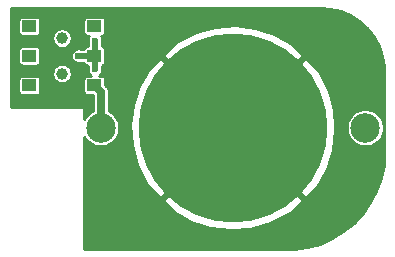
<source format=gbl>
G04 #@! TF.GenerationSoftware,KiCad,Pcbnew,(5.1.9)-1*
G04 #@! TF.CreationDate,2021-06-17T11:01:42+10:00*
G04 #@! TF.ProjectId,Clock_board,436c6f63-6b5f-4626-9f61-72642e6b6963,rev?*
G04 #@! TF.SameCoordinates,PX6f6d640PY5734380*
G04 #@! TF.FileFunction,Copper,L2,Bot*
G04 #@! TF.FilePolarity,Positive*
%FSLAX46Y46*%
G04 Gerber Fmt 4.6, Leading zero omitted, Abs format (unit mm)*
G04 Created by KiCad (PCBNEW (5.1.9)-1) date 2021-06-17 11:01:42*
%MOMM*%
%LPD*%
G01*
G04 APERTURE LIST*
G04 #@! TA.AperFunction,SMDPad,CuDef*
%ADD10R,1.200000X1.000000*%
G04 #@! TD*
G04 #@! TA.AperFunction,ComponentPad*
%ADD11C,1.000000*%
G04 #@! TD*
G04 #@! TA.AperFunction,SMDPad,CuDef*
%ADD12C,16.000000*%
G04 #@! TD*
G04 #@! TA.AperFunction,ComponentPad*
%ADD13C,2.500000*%
G04 #@! TD*
G04 #@! TA.AperFunction,ViaPad*
%ADD14C,0.600000*%
G04 #@! TD*
G04 #@! TA.AperFunction,Conductor*
%ADD15C,0.300000*%
G04 #@! TD*
G04 #@! TA.AperFunction,Conductor*
%ADD16C,0.500000*%
G04 #@! TD*
G04 #@! TA.AperFunction,Conductor*
%ADD17C,0.700000*%
G04 #@! TD*
G04 #@! TA.AperFunction,Conductor*
%ADD18C,0.254000*%
G04 #@! TD*
G04 #@! TA.AperFunction,Conductor*
%ADD19C,0.150000*%
G04 #@! TD*
G04 APERTURE END LIST*
D10*
X1822000Y19137000D03*
X1822000Y16637000D03*
X1822000Y14137000D03*
X7322000Y14137000D03*
X7322000Y16637000D03*
X7322000Y19137000D03*
D11*
X4572000Y15137000D03*
X4572000Y18137000D03*
D12*
X19050000Y10541000D03*
D13*
X7850000Y10541000D03*
X30250000Y10541000D03*
D14*
X26162000Y8001000D03*
X15748000Y1397000D03*
X21717000Y13208000D03*
X16002000Y7493000D03*
X15367000Y9144000D03*
X20066000Y9398000D03*
X5969000Y16637000D03*
X7366000Y17907000D03*
X7366000Y15494000D03*
D15*
X7366000Y16681000D02*
X7322000Y16637000D01*
D16*
X7366000Y17907000D02*
X7366000Y16681000D01*
D15*
X7366000Y16593000D02*
X7322000Y16637000D01*
D16*
X7366000Y15494000D02*
X7366000Y16593000D01*
X7322000Y16637000D02*
X5969000Y16637000D01*
D15*
X7366000Y14093000D02*
X7322000Y14137000D01*
X7322000Y14137000D02*
X7326000Y14137000D01*
D17*
X7850000Y13613000D02*
X7850000Y10541000D01*
X7326000Y14137000D02*
X7850000Y13613000D01*
D18*
X27308112Y20628804D02*
X28176263Y20410740D01*
X28997144Y20053811D01*
X29748705Y19567605D01*
X30410762Y18965178D01*
X30965541Y18262708D01*
X31398134Y17479065D01*
X31696935Y16635281D01*
X31854685Y15749676D01*
X31879000Y15234066D01*
X31879001Y8517587D01*
X31802026Y7388477D01*
X31574271Y6288692D01*
X31199361Y5229979D01*
X30684242Y4231955D01*
X30038438Y3313067D01*
X29273904Y2490332D01*
X28404783Y1778966D01*
X27447166Y1192136D01*
X26418762Y740699D01*
X25338605Y433007D01*
X24222754Y274198D01*
X23617375Y252000D01*
X6475000Y252000D01*
X6475000Y4428710D01*
X13117315Y4428710D01*
X14053207Y3447439D01*
X15533104Y2608914D01*
X17148154Y2075214D01*
X18836290Y1866850D01*
X20532639Y1991829D01*
X22172011Y2445347D01*
X23691406Y3209976D01*
X24046793Y3447439D01*
X24982685Y4428710D01*
X19050000Y10361395D01*
X13117315Y4428710D01*
X6475000Y4428710D01*
X6475000Y9760309D01*
X6625064Y9535721D01*
X6844721Y9316064D01*
X7103011Y9143481D01*
X7390006Y9024604D01*
X7694679Y8964000D01*
X8005321Y8964000D01*
X8309994Y9024604D01*
X8596989Y9143481D01*
X8855279Y9316064D01*
X9074936Y9535721D01*
X9247519Y9794011D01*
X9366396Y10081006D01*
X9427000Y10385679D01*
X9427000Y10696321D01*
X9415386Y10754710D01*
X10375850Y10754710D01*
X10500829Y9058361D01*
X10954347Y7418989D01*
X11718976Y5899594D01*
X11956439Y5544207D01*
X12937710Y4608315D01*
X18870395Y10541000D01*
X19229605Y10541000D01*
X25162290Y4608315D01*
X26143561Y5544207D01*
X26982086Y7024104D01*
X27515786Y8639154D01*
X27724150Y10327290D01*
X27696962Y10696321D01*
X28673000Y10696321D01*
X28673000Y10385679D01*
X28733604Y10081006D01*
X28852481Y9794011D01*
X29025064Y9535721D01*
X29244721Y9316064D01*
X29503011Y9143481D01*
X29790006Y9024604D01*
X30094679Y8964000D01*
X30405321Y8964000D01*
X30709994Y9024604D01*
X30996989Y9143481D01*
X31255279Y9316064D01*
X31474936Y9535721D01*
X31647519Y9794011D01*
X31766396Y10081006D01*
X31827000Y10385679D01*
X31827000Y10696321D01*
X31766396Y11000994D01*
X31647519Y11287989D01*
X31474936Y11546279D01*
X31255279Y11765936D01*
X30996989Y11938519D01*
X30709994Y12057396D01*
X30405321Y12118000D01*
X30094679Y12118000D01*
X29790006Y12057396D01*
X29503011Y11938519D01*
X29244721Y11765936D01*
X29025064Y11546279D01*
X28852481Y11287989D01*
X28733604Y11000994D01*
X28673000Y10696321D01*
X27696962Y10696321D01*
X27599171Y12023639D01*
X27145653Y13663011D01*
X26381024Y15182406D01*
X26143561Y15537793D01*
X25162290Y16473685D01*
X19229605Y10541000D01*
X18870395Y10541000D01*
X12937710Y16473685D01*
X11956439Y15537793D01*
X11117914Y14057896D01*
X10584214Y12442846D01*
X10375850Y10754710D01*
X9415386Y10754710D01*
X9366396Y11000994D01*
X9247519Y11287989D01*
X9074936Y11546279D01*
X8855279Y11765936D01*
X8596989Y11938519D01*
X8527000Y11967509D01*
X8527000Y13579755D01*
X8530274Y13613000D01*
X8527000Y13646245D01*
X8527000Y13646252D01*
X8517204Y13745715D01*
X8478492Y13873330D01*
X8415628Y13990941D01*
X8352224Y14068199D01*
X8352218Y14068205D01*
X8331026Y14094027D01*
X8305205Y14115218D01*
X8250582Y14169841D01*
X8250582Y14637000D01*
X8244268Y14701103D01*
X8225570Y14762743D01*
X8195206Y14819550D01*
X8154343Y14869343D01*
X8104550Y14910206D01*
X8047743Y14940570D01*
X7986103Y14959268D01*
X7922000Y14965582D01*
X7703737Y14965582D01*
X7765689Y15006977D01*
X7853023Y15094311D01*
X7921640Y15197004D01*
X7968905Y15311111D01*
X7993000Y15432246D01*
X7993000Y15555754D01*
X7968905Y15676889D01*
X7943000Y15739429D01*
X7943000Y15810486D01*
X7986103Y15814732D01*
X8047743Y15833430D01*
X8104550Y15863794D01*
X8154343Y15904657D01*
X8195206Y15954450D01*
X8225570Y16011257D01*
X8244268Y16072897D01*
X8250582Y16137000D01*
X8250582Y16653290D01*
X13117315Y16653290D01*
X19050000Y10720605D01*
X24982685Y16653290D01*
X24046793Y17634561D01*
X22566896Y18473086D01*
X20951846Y19006786D01*
X19263710Y19215150D01*
X17567361Y19090171D01*
X15927989Y18636653D01*
X14408594Y17872024D01*
X14053207Y17634561D01*
X13117315Y16653290D01*
X8250582Y16653290D01*
X8250582Y17137000D01*
X8244268Y17201103D01*
X8225570Y17262743D01*
X8195206Y17319550D01*
X8154343Y17369343D01*
X8104550Y17410206D01*
X8047743Y17440570D01*
X7986103Y17459268D01*
X7943000Y17463514D01*
X7943000Y17661571D01*
X7968905Y17724111D01*
X7993000Y17845246D01*
X7993000Y17968754D01*
X7968905Y18089889D01*
X7921640Y18203996D01*
X7853023Y18306689D01*
X7851294Y18308418D01*
X7922000Y18308418D01*
X7986103Y18314732D01*
X8047743Y18333430D01*
X8104550Y18363794D01*
X8154343Y18404657D01*
X8195206Y18454450D01*
X8225570Y18511257D01*
X8244268Y18572897D01*
X8250582Y18637000D01*
X8250582Y19637000D01*
X8244268Y19701103D01*
X8225570Y19762743D01*
X8195206Y19819550D01*
X8154343Y19869343D01*
X8104550Y19910206D01*
X8047743Y19940570D01*
X7986103Y19959268D01*
X7922000Y19965582D01*
X6722000Y19965582D01*
X6657897Y19959268D01*
X6596257Y19940570D01*
X6539450Y19910206D01*
X6489657Y19869343D01*
X6448794Y19819550D01*
X6418430Y19762743D01*
X6399732Y19701103D01*
X6393418Y19637000D01*
X6393418Y18637000D01*
X6399732Y18572897D01*
X6418430Y18511257D01*
X6448794Y18454450D01*
X6489657Y18404657D01*
X6539450Y18363794D01*
X6596257Y18333430D01*
X6657897Y18314732D01*
X6722000Y18308418D01*
X6880706Y18308418D01*
X6878977Y18306689D01*
X6810360Y18203996D01*
X6763095Y18089889D01*
X6739000Y17968754D01*
X6739000Y17845246D01*
X6763095Y17724111D01*
X6789000Y17661571D01*
X6789000Y17465582D01*
X6722000Y17465582D01*
X6657897Y17459268D01*
X6596257Y17440570D01*
X6539450Y17410206D01*
X6489657Y17369343D01*
X6448794Y17319550D01*
X6418430Y17262743D01*
X6403644Y17214000D01*
X6214429Y17214000D01*
X6151889Y17239905D01*
X6030754Y17264000D01*
X5907246Y17264000D01*
X5786111Y17239905D01*
X5672004Y17192640D01*
X5569311Y17124023D01*
X5481977Y17036689D01*
X5413360Y16933996D01*
X5366095Y16819889D01*
X5342000Y16698754D01*
X5342000Y16575246D01*
X5366095Y16454111D01*
X5413360Y16340004D01*
X5481977Y16237311D01*
X5569311Y16149977D01*
X5672004Y16081360D01*
X5786111Y16034095D01*
X5907246Y16010000D01*
X6030754Y16010000D01*
X6151889Y16034095D01*
X6214429Y16060000D01*
X6403644Y16060000D01*
X6418430Y16011257D01*
X6448794Y15954450D01*
X6489657Y15904657D01*
X6539450Y15863794D01*
X6596257Y15833430D01*
X6657897Y15814732D01*
X6722000Y15808418D01*
X6789000Y15808418D01*
X6789000Y15739429D01*
X6763095Y15676889D01*
X6739000Y15555754D01*
X6739000Y15432246D01*
X6763095Y15311111D01*
X6810360Y15197004D01*
X6878977Y15094311D01*
X6966311Y15006977D01*
X7028263Y14965582D01*
X6722000Y14965582D01*
X6657897Y14959268D01*
X6596257Y14940570D01*
X6539450Y14910206D01*
X6489657Y14869343D01*
X6448794Y14819550D01*
X6418430Y14762743D01*
X6399732Y14701103D01*
X6393418Y14637000D01*
X6393418Y13637000D01*
X6399732Y13572897D01*
X6418430Y13511257D01*
X6448794Y13454450D01*
X6489657Y13404657D01*
X6539450Y13363794D01*
X6596257Y13333430D01*
X6657897Y13314732D01*
X6722000Y13308418D01*
X7173000Y13308418D01*
X7173001Y11967510D01*
X7103011Y11938519D01*
X6844721Y11765936D01*
X6625064Y11546279D01*
X6475000Y11321691D01*
X6475000Y12052625D01*
X6476219Y12065000D01*
X6471353Y12114401D01*
X6456944Y12161903D01*
X6433544Y12205681D01*
X6402053Y12244053D01*
X6363681Y12275544D01*
X6319903Y12298944D01*
X6272401Y12313353D01*
X6235376Y12317000D01*
X6235375Y12317000D01*
X6223000Y12318219D01*
X6210624Y12317000D01*
X252000Y12317000D01*
X252000Y14637000D01*
X893418Y14637000D01*
X893418Y13637000D01*
X899732Y13572897D01*
X918430Y13511257D01*
X948794Y13454450D01*
X989657Y13404657D01*
X1039450Y13363794D01*
X1096257Y13333430D01*
X1157897Y13314732D01*
X1222000Y13308418D01*
X2422000Y13308418D01*
X2486103Y13314732D01*
X2547743Y13333430D01*
X2604550Y13363794D01*
X2654343Y13404657D01*
X2695206Y13454450D01*
X2725570Y13511257D01*
X2744268Y13572897D01*
X2750582Y13637000D01*
X2750582Y14637000D01*
X2744268Y14701103D01*
X2725570Y14762743D01*
X2695206Y14819550D01*
X2654343Y14869343D01*
X2604550Y14910206D01*
X2547743Y14940570D01*
X2486103Y14959268D01*
X2422000Y14965582D01*
X1222000Y14965582D01*
X1157897Y14959268D01*
X1096257Y14940570D01*
X1039450Y14910206D01*
X989657Y14869343D01*
X948794Y14819550D01*
X918430Y14762743D01*
X899732Y14701103D01*
X893418Y14637000D01*
X252000Y14637000D01*
X252000Y15218452D01*
X3745000Y15218452D01*
X3745000Y15055548D01*
X3776782Y14895773D01*
X3839123Y14745269D01*
X3929628Y14609819D01*
X4044819Y14494628D01*
X4180269Y14404123D01*
X4330773Y14341782D01*
X4490548Y14310000D01*
X4653452Y14310000D01*
X4813227Y14341782D01*
X4963731Y14404123D01*
X5099181Y14494628D01*
X5214372Y14609819D01*
X5304877Y14745269D01*
X5367218Y14895773D01*
X5399000Y15055548D01*
X5399000Y15218452D01*
X5367218Y15378227D01*
X5304877Y15528731D01*
X5214372Y15664181D01*
X5099181Y15779372D01*
X4963731Y15869877D01*
X4813227Y15932218D01*
X4653452Y15964000D01*
X4490548Y15964000D01*
X4330773Y15932218D01*
X4180269Y15869877D01*
X4044819Y15779372D01*
X3929628Y15664181D01*
X3839123Y15528731D01*
X3776782Y15378227D01*
X3745000Y15218452D01*
X252000Y15218452D01*
X252000Y17137000D01*
X893418Y17137000D01*
X893418Y16137000D01*
X899732Y16072897D01*
X918430Y16011257D01*
X948794Y15954450D01*
X989657Y15904657D01*
X1039450Y15863794D01*
X1096257Y15833430D01*
X1157897Y15814732D01*
X1222000Y15808418D01*
X2422000Y15808418D01*
X2486103Y15814732D01*
X2547743Y15833430D01*
X2604550Y15863794D01*
X2654343Y15904657D01*
X2695206Y15954450D01*
X2725570Y16011257D01*
X2744268Y16072897D01*
X2750582Y16137000D01*
X2750582Y17137000D01*
X2744268Y17201103D01*
X2725570Y17262743D01*
X2695206Y17319550D01*
X2654343Y17369343D01*
X2604550Y17410206D01*
X2547743Y17440570D01*
X2486103Y17459268D01*
X2422000Y17465582D01*
X1222000Y17465582D01*
X1157897Y17459268D01*
X1096257Y17440570D01*
X1039450Y17410206D01*
X989657Y17369343D01*
X948794Y17319550D01*
X918430Y17262743D01*
X899732Y17201103D01*
X893418Y17137000D01*
X252000Y17137000D01*
X252000Y18218452D01*
X3745000Y18218452D01*
X3745000Y18055548D01*
X3776782Y17895773D01*
X3839123Y17745269D01*
X3929628Y17609819D01*
X4044819Y17494628D01*
X4180269Y17404123D01*
X4330773Y17341782D01*
X4490548Y17310000D01*
X4653452Y17310000D01*
X4813227Y17341782D01*
X4963731Y17404123D01*
X5099181Y17494628D01*
X5214372Y17609819D01*
X5304877Y17745269D01*
X5367218Y17895773D01*
X5399000Y18055548D01*
X5399000Y18218452D01*
X5367218Y18378227D01*
X5304877Y18528731D01*
X5214372Y18664181D01*
X5099181Y18779372D01*
X4963731Y18869877D01*
X4813227Y18932218D01*
X4653452Y18964000D01*
X4490548Y18964000D01*
X4330773Y18932218D01*
X4180269Y18869877D01*
X4044819Y18779372D01*
X3929628Y18664181D01*
X3839123Y18528731D01*
X3776782Y18378227D01*
X3745000Y18218452D01*
X252000Y18218452D01*
X252000Y19637000D01*
X893418Y19637000D01*
X893418Y18637000D01*
X899732Y18572897D01*
X918430Y18511257D01*
X948794Y18454450D01*
X989657Y18404657D01*
X1039450Y18363794D01*
X1096257Y18333430D01*
X1157897Y18314732D01*
X1222000Y18308418D01*
X2422000Y18308418D01*
X2486103Y18314732D01*
X2547743Y18333430D01*
X2604550Y18363794D01*
X2654343Y18404657D01*
X2695206Y18454450D01*
X2725570Y18511257D01*
X2744268Y18572897D01*
X2750582Y18637000D01*
X2750582Y19637000D01*
X2744268Y19701103D01*
X2725570Y19762743D01*
X2695206Y19819550D01*
X2654343Y19869343D01*
X2604550Y19910206D01*
X2547743Y19940570D01*
X2486103Y19959268D01*
X2422000Y19965582D01*
X1222000Y19965582D01*
X1157897Y19959268D01*
X1096257Y19940570D01*
X1039450Y19910206D01*
X989657Y19869343D01*
X948794Y19819550D01*
X918430Y19762743D01*
X899732Y19701103D01*
X893418Y19637000D01*
X252000Y19637000D01*
X252000Y20703000D01*
X26405654Y20703000D01*
X27308112Y20628804D01*
G04 #@! TA.AperFunction,Conductor*
D19*
G36*
X27308112Y20628804D02*
G01*
X28176263Y20410740D01*
X28997144Y20053811D01*
X29748705Y19567605D01*
X30410762Y18965178D01*
X30965541Y18262708D01*
X31398134Y17479065D01*
X31696935Y16635281D01*
X31854685Y15749676D01*
X31879000Y15234066D01*
X31879001Y8517587D01*
X31802026Y7388477D01*
X31574271Y6288692D01*
X31199361Y5229979D01*
X30684242Y4231955D01*
X30038438Y3313067D01*
X29273904Y2490332D01*
X28404783Y1778966D01*
X27447166Y1192136D01*
X26418762Y740699D01*
X25338605Y433007D01*
X24222754Y274198D01*
X23617375Y252000D01*
X6475000Y252000D01*
X6475000Y4428710D01*
X13117315Y4428710D01*
X14053207Y3447439D01*
X15533104Y2608914D01*
X17148154Y2075214D01*
X18836290Y1866850D01*
X20532639Y1991829D01*
X22172011Y2445347D01*
X23691406Y3209976D01*
X24046793Y3447439D01*
X24982685Y4428710D01*
X19050000Y10361395D01*
X13117315Y4428710D01*
X6475000Y4428710D01*
X6475000Y9760309D01*
X6625064Y9535721D01*
X6844721Y9316064D01*
X7103011Y9143481D01*
X7390006Y9024604D01*
X7694679Y8964000D01*
X8005321Y8964000D01*
X8309994Y9024604D01*
X8596989Y9143481D01*
X8855279Y9316064D01*
X9074936Y9535721D01*
X9247519Y9794011D01*
X9366396Y10081006D01*
X9427000Y10385679D01*
X9427000Y10696321D01*
X9415386Y10754710D01*
X10375850Y10754710D01*
X10500829Y9058361D01*
X10954347Y7418989D01*
X11718976Y5899594D01*
X11956439Y5544207D01*
X12937710Y4608315D01*
X18870395Y10541000D01*
X19229605Y10541000D01*
X25162290Y4608315D01*
X26143561Y5544207D01*
X26982086Y7024104D01*
X27515786Y8639154D01*
X27724150Y10327290D01*
X27696962Y10696321D01*
X28673000Y10696321D01*
X28673000Y10385679D01*
X28733604Y10081006D01*
X28852481Y9794011D01*
X29025064Y9535721D01*
X29244721Y9316064D01*
X29503011Y9143481D01*
X29790006Y9024604D01*
X30094679Y8964000D01*
X30405321Y8964000D01*
X30709994Y9024604D01*
X30996989Y9143481D01*
X31255279Y9316064D01*
X31474936Y9535721D01*
X31647519Y9794011D01*
X31766396Y10081006D01*
X31827000Y10385679D01*
X31827000Y10696321D01*
X31766396Y11000994D01*
X31647519Y11287989D01*
X31474936Y11546279D01*
X31255279Y11765936D01*
X30996989Y11938519D01*
X30709994Y12057396D01*
X30405321Y12118000D01*
X30094679Y12118000D01*
X29790006Y12057396D01*
X29503011Y11938519D01*
X29244721Y11765936D01*
X29025064Y11546279D01*
X28852481Y11287989D01*
X28733604Y11000994D01*
X28673000Y10696321D01*
X27696962Y10696321D01*
X27599171Y12023639D01*
X27145653Y13663011D01*
X26381024Y15182406D01*
X26143561Y15537793D01*
X25162290Y16473685D01*
X19229605Y10541000D01*
X18870395Y10541000D01*
X12937710Y16473685D01*
X11956439Y15537793D01*
X11117914Y14057896D01*
X10584214Y12442846D01*
X10375850Y10754710D01*
X9415386Y10754710D01*
X9366396Y11000994D01*
X9247519Y11287989D01*
X9074936Y11546279D01*
X8855279Y11765936D01*
X8596989Y11938519D01*
X8527000Y11967509D01*
X8527000Y13579755D01*
X8530274Y13613000D01*
X8527000Y13646245D01*
X8527000Y13646252D01*
X8517204Y13745715D01*
X8478492Y13873330D01*
X8415628Y13990941D01*
X8352224Y14068199D01*
X8352218Y14068205D01*
X8331026Y14094027D01*
X8305205Y14115218D01*
X8250582Y14169841D01*
X8250582Y14637000D01*
X8244268Y14701103D01*
X8225570Y14762743D01*
X8195206Y14819550D01*
X8154343Y14869343D01*
X8104550Y14910206D01*
X8047743Y14940570D01*
X7986103Y14959268D01*
X7922000Y14965582D01*
X7703737Y14965582D01*
X7765689Y15006977D01*
X7853023Y15094311D01*
X7921640Y15197004D01*
X7968905Y15311111D01*
X7993000Y15432246D01*
X7993000Y15555754D01*
X7968905Y15676889D01*
X7943000Y15739429D01*
X7943000Y15810486D01*
X7986103Y15814732D01*
X8047743Y15833430D01*
X8104550Y15863794D01*
X8154343Y15904657D01*
X8195206Y15954450D01*
X8225570Y16011257D01*
X8244268Y16072897D01*
X8250582Y16137000D01*
X8250582Y16653290D01*
X13117315Y16653290D01*
X19050000Y10720605D01*
X24982685Y16653290D01*
X24046793Y17634561D01*
X22566896Y18473086D01*
X20951846Y19006786D01*
X19263710Y19215150D01*
X17567361Y19090171D01*
X15927989Y18636653D01*
X14408594Y17872024D01*
X14053207Y17634561D01*
X13117315Y16653290D01*
X8250582Y16653290D01*
X8250582Y17137000D01*
X8244268Y17201103D01*
X8225570Y17262743D01*
X8195206Y17319550D01*
X8154343Y17369343D01*
X8104550Y17410206D01*
X8047743Y17440570D01*
X7986103Y17459268D01*
X7943000Y17463514D01*
X7943000Y17661571D01*
X7968905Y17724111D01*
X7993000Y17845246D01*
X7993000Y17968754D01*
X7968905Y18089889D01*
X7921640Y18203996D01*
X7853023Y18306689D01*
X7851294Y18308418D01*
X7922000Y18308418D01*
X7986103Y18314732D01*
X8047743Y18333430D01*
X8104550Y18363794D01*
X8154343Y18404657D01*
X8195206Y18454450D01*
X8225570Y18511257D01*
X8244268Y18572897D01*
X8250582Y18637000D01*
X8250582Y19637000D01*
X8244268Y19701103D01*
X8225570Y19762743D01*
X8195206Y19819550D01*
X8154343Y19869343D01*
X8104550Y19910206D01*
X8047743Y19940570D01*
X7986103Y19959268D01*
X7922000Y19965582D01*
X6722000Y19965582D01*
X6657897Y19959268D01*
X6596257Y19940570D01*
X6539450Y19910206D01*
X6489657Y19869343D01*
X6448794Y19819550D01*
X6418430Y19762743D01*
X6399732Y19701103D01*
X6393418Y19637000D01*
X6393418Y18637000D01*
X6399732Y18572897D01*
X6418430Y18511257D01*
X6448794Y18454450D01*
X6489657Y18404657D01*
X6539450Y18363794D01*
X6596257Y18333430D01*
X6657897Y18314732D01*
X6722000Y18308418D01*
X6880706Y18308418D01*
X6878977Y18306689D01*
X6810360Y18203996D01*
X6763095Y18089889D01*
X6739000Y17968754D01*
X6739000Y17845246D01*
X6763095Y17724111D01*
X6789000Y17661571D01*
X6789000Y17465582D01*
X6722000Y17465582D01*
X6657897Y17459268D01*
X6596257Y17440570D01*
X6539450Y17410206D01*
X6489657Y17369343D01*
X6448794Y17319550D01*
X6418430Y17262743D01*
X6403644Y17214000D01*
X6214429Y17214000D01*
X6151889Y17239905D01*
X6030754Y17264000D01*
X5907246Y17264000D01*
X5786111Y17239905D01*
X5672004Y17192640D01*
X5569311Y17124023D01*
X5481977Y17036689D01*
X5413360Y16933996D01*
X5366095Y16819889D01*
X5342000Y16698754D01*
X5342000Y16575246D01*
X5366095Y16454111D01*
X5413360Y16340004D01*
X5481977Y16237311D01*
X5569311Y16149977D01*
X5672004Y16081360D01*
X5786111Y16034095D01*
X5907246Y16010000D01*
X6030754Y16010000D01*
X6151889Y16034095D01*
X6214429Y16060000D01*
X6403644Y16060000D01*
X6418430Y16011257D01*
X6448794Y15954450D01*
X6489657Y15904657D01*
X6539450Y15863794D01*
X6596257Y15833430D01*
X6657897Y15814732D01*
X6722000Y15808418D01*
X6789000Y15808418D01*
X6789000Y15739429D01*
X6763095Y15676889D01*
X6739000Y15555754D01*
X6739000Y15432246D01*
X6763095Y15311111D01*
X6810360Y15197004D01*
X6878977Y15094311D01*
X6966311Y15006977D01*
X7028263Y14965582D01*
X6722000Y14965582D01*
X6657897Y14959268D01*
X6596257Y14940570D01*
X6539450Y14910206D01*
X6489657Y14869343D01*
X6448794Y14819550D01*
X6418430Y14762743D01*
X6399732Y14701103D01*
X6393418Y14637000D01*
X6393418Y13637000D01*
X6399732Y13572897D01*
X6418430Y13511257D01*
X6448794Y13454450D01*
X6489657Y13404657D01*
X6539450Y13363794D01*
X6596257Y13333430D01*
X6657897Y13314732D01*
X6722000Y13308418D01*
X7173000Y13308418D01*
X7173001Y11967510D01*
X7103011Y11938519D01*
X6844721Y11765936D01*
X6625064Y11546279D01*
X6475000Y11321691D01*
X6475000Y12052625D01*
X6476219Y12065000D01*
X6471353Y12114401D01*
X6456944Y12161903D01*
X6433544Y12205681D01*
X6402053Y12244053D01*
X6363681Y12275544D01*
X6319903Y12298944D01*
X6272401Y12313353D01*
X6235376Y12317000D01*
X6235375Y12317000D01*
X6223000Y12318219D01*
X6210624Y12317000D01*
X252000Y12317000D01*
X252000Y14637000D01*
X893418Y14637000D01*
X893418Y13637000D01*
X899732Y13572897D01*
X918430Y13511257D01*
X948794Y13454450D01*
X989657Y13404657D01*
X1039450Y13363794D01*
X1096257Y13333430D01*
X1157897Y13314732D01*
X1222000Y13308418D01*
X2422000Y13308418D01*
X2486103Y13314732D01*
X2547743Y13333430D01*
X2604550Y13363794D01*
X2654343Y13404657D01*
X2695206Y13454450D01*
X2725570Y13511257D01*
X2744268Y13572897D01*
X2750582Y13637000D01*
X2750582Y14637000D01*
X2744268Y14701103D01*
X2725570Y14762743D01*
X2695206Y14819550D01*
X2654343Y14869343D01*
X2604550Y14910206D01*
X2547743Y14940570D01*
X2486103Y14959268D01*
X2422000Y14965582D01*
X1222000Y14965582D01*
X1157897Y14959268D01*
X1096257Y14940570D01*
X1039450Y14910206D01*
X989657Y14869343D01*
X948794Y14819550D01*
X918430Y14762743D01*
X899732Y14701103D01*
X893418Y14637000D01*
X252000Y14637000D01*
X252000Y15218452D01*
X3745000Y15218452D01*
X3745000Y15055548D01*
X3776782Y14895773D01*
X3839123Y14745269D01*
X3929628Y14609819D01*
X4044819Y14494628D01*
X4180269Y14404123D01*
X4330773Y14341782D01*
X4490548Y14310000D01*
X4653452Y14310000D01*
X4813227Y14341782D01*
X4963731Y14404123D01*
X5099181Y14494628D01*
X5214372Y14609819D01*
X5304877Y14745269D01*
X5367218Y14895773D01*
X5399000Y15055548D01*
X5399000Y15218452D01*
X5367218Y15378227D01*
X5304877Y15528731D01*
X5214372Y15664181D01*
X5099181Y15779372D01*
X4963731Y15869877D01*
X4813227Y15932218D01*
X4653452Y15964000D01*
X4490548Y15964000D01*
X4330773Y15932218D01*
X4180269Y15869877D01*
X4044819Y15779372D01*
X3929628Y15664181D01*
X3839123Y15528731D01*
X3776782Y15378227D01*
X3745000Y15218452D01*
X252000Y15218452D01*
X252000Y17137000D01*
X893418Y17137000D01*
X893418Y16137000D01*
X899732Y16072897D01*
X918430Y16011257D01*
X948794Y15954450D01*
X989657Y15904657D01*
X1039450Y15863794D01*
X1096257Y15833430D01*
X1157897Y15814732D01*
X1222000Y15808418D01*
X2422000Y15808418D01*
X2486103Y15814732D01*
X2547743Y15833430D01*
X2604550Y15863794D01*
X2654343Y15904657D01*
X2695206Y15954450D01*
X2725570Y16011257D01*
X2744268Y16072897D01*
X2750582Y16137000D01*
X2750582Y17137000D01*
X2744268Y17201103D01*
X2725570Y17262743D01*
X2695206Y17319550D01*
X2654343Y17369343D01*
X2604550Y17410206D01*
X2547743Y17440570D01*
X2486103Y17459268D01*
X2422000Y17465582D01*
X1222000Y17465582D01*
X1157897Y17459268D01*
X1096257Y17440570D01*
X1039450Y17410206D01*
X989657Y17369343D01*
X948794Y17319550D01*
X918430Y17262743D01*
X899732Y17201103D01*
X893418Y17137000D01*
X252000Y17137000D01*
X252000Y18218452D01*
X3745000Y18218452D01*
X3745000Y18055548D01*
X3776782Y17895773D01*
X3839123Y17745269D01*
X3929628Y17609819D01*
X4044819Y17494628D01*
X4180269Y17404123D01*
X4330773Y17341782D01*
X4490548Y17310000D01*
X4653452Y17310000D01*
X4813227Y17341782D01*
X4963731Y17404123D01*
X5099181Y17494628D01*
X5214372Y17609819D01*
X5304877Y17745269D01*
X5367218Y17895773D01*
X5399000Y18055548D01*
X5399000Y18218452D01*
X5367218Y18378227D01*
X5304877Y18528731D01*
X5214372Y18664181D01*
X5099181Y18779372D01*
X4963731Y18869877D01*
X4813227Y18932218D01*
X4653452Y18964000D01*
X4490548Y18964000D01*
X4330773Y18932218D01*
X4180269Y18869877D01*
X4044819Y18779372D01*
X3929628Y18664181D01*
X3839123Y18528731D01*
X3776782Y18378227D01*
X3745000Y18218452D01*
X252000Y18218452D01*
X252000Y19637000D01*
X893418Y19637000D01*
X893418Y18637000D01*
X899732Y18572897D01*
X918430Y18511257D01*
X948794Y18454450D01*
X989657Y18404657D01*
X1039450Y18363794D01*
X1096257Y18333430D01*
X1157897Y18314732D01*
X1222000Y18308418D01*
X2422000Y18308418D01*
X2486103Y18314732D01*
X2547743Y18333430D01*
X2604550Y18363794D01*
X2654343Y18404657D01*
X2695206Y18454450D01*
X2725570Y18511257D01*
X2744268Y18572897D01*
X2750582Y18637000D01*
X2750582Y19637000D01*
X2744268Y19701103D01*
X2725570Y19762743D01*
X2695206Y19819550D01*
X2654343Y19869343D01*
X2604550Y19910206D01*
X2547743Y19940570D01*
X2486103Y19959268D01*
X2422000Y19965582D01*
X1222000Y19965582D01*
X1157897Y19959268D01*
X1096257Y19940570D01*
X1039450Y19910206D01*
X989657Y19869343D01*
X948794Y19819550D01*
X918430Y19762743D01*
X899732Y19701103D01*
X893418Y19637000D01*
X252000Y19637000D01*
X252000Y20703000D01*
X26405654Y20703000D01*
X27308112Y20628804D01*
G37*
G04 #@! TD.AperFunction*
M02*

</source>
